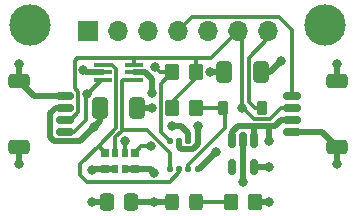
<source format=gbr>
%TF.GenerationSoftware,KiCad,Pcbnew,8.0.5*%
%TF.CreationDate,2024-10-27T10:59:05-07:00*%
%TF.ProjectId,bme688-ezzat-suhaime,626d6536-3838-42d6-957a-7a61742d7375,rev?*%
%TF.SameCoordinates,Original*%
%TF.FileFunction,Copper,L1,Top*%
%TF.FilePolarity,Positive*%
%FSLAX46Y46*%
G04 Gerber Fmt 4.6, Leading zero omitted, Abs format (unit mm)*
G04 Created by KiCad (PCBNEW 8.0.5) date 2024-10-27 10:59:05*
%MOMM*%
%LPD*%
G01*
G04 APERTURE LIST*
G04 Aperture macros list*
%AMRoundRect*
0 Rectangle with rounded corners*
0 $1 Rounding radius*
0 $2 $3 $4 $5 $6 $7 $8 $9 X,Y pos of 4 corners*
0 Add a 4 corners polygon primitive as box body*
4,1,4,$2,$3,$4,$5,$6,$7,$8,$9,$2,$3,0*
0 Add four circle primitives for the rounded corners*
1,1,$1+$1,$2,$3*
1,1,$1+$1,$4,$5*
1,1,$1+$1,$6,$7*
1,1,$1+$1,$8,$9*
0 Add four rect primitives between the rounded corners*
20,1,$1+$1,$2,$3,$4,$5,0*
20,1,$1+$1,$4,$5,$6,$7,0*
20,1,$1+$1,$6,$7,$8,$9,0*
20,1,$1+$1,$8,$9,$2,$3,0*%
G04 Aperture macros list end*
%TA.AperFunction,SMDPad,CuDef*%
%ADD10RoundRect,0.100000X0.650000X0.100000X-0.650000X0.100000X-0.650000X-0.100000X0.650000X-0.100000X0*%
%TD*%
%TA.AperFunction,SMDPad,CuDef*%
%ADD11RoundRect,0.250000X-0.350000X-0.450000X0.350000X-0.450000X0.350000X0.450000X-0.350000X0.450000X0*%
%TD*%
%TA.AperFunction,SMDPad,CuDef*%
%ADD12RoundRect,0.250000X-0.412500X-0.650000X0.412500X-0.650000X0.412500X0.650000X-0.412500X0.650000X0*%
%TD*%
%TA.AperFunction,SMDPad,CuDef*%
%ADD13RoundRect,0.150000X-0.150000X0.512500X-0.150000X-0.512500X0.150000X-0.512500X0.150000X0.512500X0*%
%TD*%
%TA.AperFunction,SMDPad,CuDef*%
%ADD14RoundRect,0.250000X0.350000X0.450000X-0.350000X0.450000X-0.350000X-0.450000X0.350000X-0.450000X0*%
%TD*%
%TA.AperFunction,SMDPad,CuDef*%
%ADD15RoundRect,0.150000X0.625000X-0.150000X0.625000X0.150000X-0.625000X0.150000X-0.625000X-0.150000X0*%
%TD*%
%TA.AperFunction,SMDPad,CuDef*%
%ADD16RoundRect,0.250000X0.650000X-0.350000X0.650000X0.350000X-0.650000X0.350000X-0.650000X-0.350000X0*%
%TD*%
%TA.AperFunction,SMDPad,CuDef*%
%ADD17RoundRect,0.125000X0.125000X0.137500X-0.125000X0.137500X-0.125000X-0.137500X0.125000X-0.137500X0*%
%TD*%
%TA.AperFunction,ComponentPad*%
%ADD18C,2.600000*%
%TD*%
%TA.AperFunction,ConnectorPad*%
%ADD19C,3.500000*%
%TD*%
%TA.AperFunction,ComponentPad*%
%ADD20R,1.700000X1.700000*%
%TD*%
%TA.AperFunction,ComponentPad*%
%ADD21O,1.700000X1.700000*%
%TD*%
%TA.AperFunction,SMDPad,CuDef*%
%ADD22RoundRect,0.250000X-0.325000X-0.450000X0.325000X-0.450000X0.325000X0.450000X-0.325000X0.450000X0*%
%TD*%
%TA.AperFunction,SMDPad,CuDef*%
%ADD23RoundRect,0.250000X-0.337500X-0.475000X0.337500X-0.475000X0.337500X0.475000X-0.337500X0.475000X0*%
%TD*%
%TA.AperFunction,SMDPad,CuDef*%
%ADD24R,0.640000X0.700000*%
%TD*%
%TA.AperFunction,SMDPad,CuDef*%
%ADD25R,0.500000X0.700000*%
%TD*%
%TA.AperFunction,SMDPad,CuDef*%
%ADD26RoundRect,0.225000X0.225000X0.375000X-0.225000X0.375000X-0.225000X-0.375000X0.225000X-0.375000X0*%
%TD*%
%TA.AperFunction,SMDPad,CuDef*%
%ADD27RoundRect,0.150000X-0.625000X0.150000X-0.625000X-0.150000X0.625000X-0.150000X0.625000X0.150000X0*%
%TD*%
%TA.AperFunction,SMDPad,CuDef*%
%ADD28RoundRect,0.250000X-0.650000X0.350000X-0.650000X-0.350000X0.650000X-0.350000X0.650000X0.350000X0*%
%TD*%
%TA.AperFunction,ViaPad*%
%ADD29C,0.800000*%
%TD*%
%TA.AperFunction,Conductor*%
%ADD30C,0.500000*%
%TD*%
%TA.AperFunction,Conductor*%
%ADD31C,0.304800*%
%TD*%
%TA.AperFunction,Conductor*%
%ADD32C,0.300000*%
%TD*%
G04 APERTURE END LIST*
D10*
%TO.P,Q1,1,S*%
%TO.N,/SCK_3V*%
X223330000Y-94125000D03*
%TO.P,Q1,2,G*%
%TO.N,+3.3V*%
X223330000Y-93475000D03*
%TO.P,Q1,3,D*%
%TO.N,/SDI{slash}SDA*%
X223330000Y-92825000D03*
%TO.P,Q1,4,S*%
%TO.N,/SDI_3V*%
X220670000Y-92825000D03*
%TO.P,Q1,5,G*%
%TO.N,+3.3V*%
X220670000Y-93475000D03*
%TO.P,Q1,6,D*%
%TO.N,/SCK{slash}SCL*%
X220670000Y-94125000D03*
%TD*%
D11*
%TO.P,R1,1*%
%TO.N,/SDI{slash}SDA*%
X226500000Y-96475000D03*
%TO.P,R1,2*%
%TO.N,/CS_3V*%
X228500000Y-96475000D03*
%TD*%
D12*
%TO.P,C1,1*%
%TO.N,VCC*%
X220437500Y-96475000D03*
%TO.P,C1,2*%
%TO.N,GND*%
X223562500Y-96475000D03*
%TD*%
D13*
%TO.P,U2,1,IN*%
%TO.N,VCC*%
X233450000Y-99200000D03*
%TO.P,U2,2,GND*%
%TO.N,GND*%
X232500000Y-99200000D03*
%TO.P,U2,3,EN*%
%TO.N,VCC*%
X231550000Y-99200000D03*
%TO.P,U2,4,BP*%
%TO.N,unconnected-(U2-BP-Pad4)*%
X231550000Y-101475000D03*
%TO.P,U2,5,OUT*%
%TO.N,+3.3V*%
X233450000Y-101475000D03*
%TD*%
D14*
%TO.P,R3,1*%
%TO.N,+3.3V*%
X233500000Y-104475000D03*
%TO.P,R3,2*%
%TO.N,Net-(D2-A)*%
X231500000Y-104475000D03*
%TD*%
D15*
%TO.P,J3,1,Pin_1*%
%TO.N,GND*%
X236625000Y-98500000D03*
%TO.P,J3,2,Pin_2*%
%TO.N,VCC*%
X236625000Y-97500000D03*
%TO.P,J3,3,Pin_3*%
%TO.N,/SDI{slash}SDA*%
X236625000Y-96500000D03*
%TO.P,J3,4,Pin_4*%
%TO.N,/SCK{slash}SCL*%
X236625000Y-95500000D03*
D16*
%TO.P,J3,MP,Mounting_Pad*%
%TO.N,GND*%
X240500000Y-99800000D03*
X240500000Y-94200000D03*
%TD*%
D12*
%TO.P,C2,1*%
%TO.N,+3.3V*%
X230937500Y-93475000D03*
%TO.P,C2,2*%
%TO.N,GND*%
X234062500Y-93475000D03*
%TD*%
D17*
%TO.P,U1,1,GND*%
%TO.N,GND*%
X228700000Y-101662500D03*
%TO.P,U1,2,CSB*%
%TO.N,/CS_3V*%
X227900000Y-101662500D03*
%TO.P,U1,3,SDI*%
%TO.N,/SDI_3V*%
X227100000Y-101662500D03*
%TO.P,U1,4,SCK*%
%TO.N,/SCK_3V*%
X226300000Y-101662500D03*
%TO.P,U1,5,SDO*%
%TO.N,/SDO{slash}ADR*%
X226300000Y-99287500D03*
%TO.P,U1,6,VDDIO*%
%TO.N,+3.3V*%
X227100000Y-99287500D03*
%TO.P,U1,7,GND*%
%TO.N,GND*%
X227900000Y-99287500D03*
%TO.P,U1,8,VDD*%
%TO.N,+3.3V*%
X228700000Y-99287500D03*
%TD*%
D18*
%TO.P,H1,1,1*%
%TO.N,unconnected-(H1-Pad1)_2*%
X214500000Y-89500000D03*
D19*
%TO.N,unconnected-(H1-Pad1)*%
X214500000Y-89500000D03*
%TD*%
D20*
%TO.P,J1,1,Pin_1*%
%TO.N,VCC*%
X219400000Y-89975000D03*
D21*
%TO.P,J1,2,Pin_2*%
%TO.N,+3.3V*%
X221940000Y-89975000D03*
%TO.P,J1,3,Pin_3*%
%TO.N,GND*%
X224480000Y-89975000D03*
%TO.P,J1,4,Pin_4*%
%TO.N,/SCK{slash}SCL*%
X227020000Y-89975000D03*
%TO.P,J1,5,Pin_5*%
%TO.N,/SDO{slash}ADR*%
X229560000Y-89975000D03*
%TO.P,J1,6,Pin_6*%
%TO.N,/SDI{slash}SDA*%
X232100000Y-89975000D03*
%TO.P,J1,7,Pin_7*%
%TO.N,/CS*%
X234640000Y-89975000D03*
%TD*%
D22*
%TO.P,D2,1,K*%
%TO.N,GND*%
X226475000Y-104475000D03*
%TO.P,D2,2,A*%
%TO.N,Net-(D2-A)*%
X228525000Y-104475000D03*
%TD*%
D23*
%TO.P,C3,1*%
%TO.N,+3.3V*%
X220962500Y-104475000D03*
%TO.P,C3,2*%
%TO.N,GND*%
X223037500Y-104475000D03*
%TD*%
D14*
%TO.P,R2,1*%
%TO.N,/SDI{slash}SDA*%
X228500000Y-93475000D03*
%TO.P,R2,2*%
%TO.N,/SDO{slash}ADR*%
X226500000Y-93475000D03*
%TD*%
D18*
%TO.P,H2,1,1*%
%TO.N,unconnected-(H2-Pad1)*%
X239500000Y-89500000D03*
D19*
%TO.N,unconnected-(H2-Pad1)_1*%
X239500000Y-89500000D03*
%TD*%
D24*
%TO.P,RN1,1,R1.1*%
%TO.N,/SCK{slash}SCL*%
X223370000Y-100275000D03*
D25*
%TO.P,RN1,2,R2.1*%
%TO.N,/SDI{slash}SDA*%
X222500000Y-100275000D03*
%TO.P,RN1,3,R3.1*%
%TO.N,/SCK_3V*%
X221700000Y-100275000D03*
D24*
%TO.P,RN1,4,R4.1*%
%TO.N,/SDI_3V*%
X220830000Y-100275000D03*
%TO.P,RN1,5,R4.2*%
%TO.N,+3.3V*%
X220830000Y-101675000D03*
D25*
%TO.P,RN1,6,R3.2*%
X221700000Y-101675000D03*
%TO.P,RN1,7,R2.2*%
%TO.N,VCC*%
X222500000Y-101675000D03*
D24*
%TO.P,RN1,8,R1.2*%
X223370000Y-101675000D03*
%TD*%
D26*
%TO.P,D1,1,K*%
%TO.N,/CS*%
X234150000Y-96475000D03*
%TO.P,D1,2,A*%
%TO.N,/CS_3V*%
X230850000Y-96475000D03*
%TD*%
D27*
%TO.P,J2,1,Pin_1*%
%TO.N,GND*%
X217437500Y-95500000D03*
%TO.P,J2,2,Pin_2*%
%TO.N,VCC*%
X217437500Y-96500000D03*
%TO.P,J2,3,Pin_3*%
%TO.N,/SDI{slash}SDA*%
X217437500Y-97500000D03*
%TO.P,J2,4,Pin_4*%
%TO.N,/SCK{slash}SCL*%
X217437500Y-98500000D03*
D28*
%TO.P,J2,MP,Mounting_Pad*%
%TO.N,GND*%
X213562500Y-94200000D03*
X213562500Y-99800000D03*
%TD*%
D29*
%TO.N,GND*%
X235750000Y-92500000D03*
X240500000Y-92750000D03*
X213562500Y-92750000D03*
X232500000Y-102725000D03*
X213562500Y-101250000D03*
X226500000Y-97975000D03*
X240500000Y-101250000D03*
X224795200Y-96500000D03*
X230260100Y-100214900D03*
X225000000Y-104475000D03*
%TO.N,VCC*%
X225000000Y-101975000D03*
X234750000Y-99250000D03*
X219875000Y-98125000D03*
%TO.N,+3.3V*%
X219750000Y-104475000D03*
X219004800Y-93250000D03*
X234750000Y-101475000D03*
X229700000Y-93475000D03*
X224795200Y-95250000D03*
X219750000Y-101725000D03*
X234750000Y-104475000D03*
X228700000Y-97975000D03*
%TO.N,/SDI{slash}SDA*%
X222500000Y-99250000D03*
X232469669Y-96505331D03*
%TO.N,/SCK{slash}SCL*%
X224714341Y-99750000D03*
X219317300Y-95347600D03*
%TO.N,/SDO{slash}ADR*%
X225061139Y-93025000D03*
%TD*%
D30*
%TO.N,GND*%
X224795200Y-96500000D02*
X223650000Y-96500000D01*
X236625000Y-98500000D02*
X239200000Y-98500000D01*
X239200000Y-98500000D02*
X240500000Y-99800000D01*
X234775000Y-93475000D02*
X234062500Y-93475000D01*
X217437500Y-95500000D02*
X214862500Y-95500000D01*
X240500000Y-99800000D02*
X240500000Y-101250000D01*
D31*
X227900000Y-99146390D02*
X227900000Y-99287500D01*
X228812500Y-101662500D02*
X228700000Y-101662500D01*
D30*
X240500000Y-92750000D02*
X240500000Y-94200000D01*
X227250000Y-97975000D02*
X226500000Y-97975000D01*
X225000000Y-104475000D02*
X223037500Y-104475000D01*
X227900000Y-98625000D02*
X227250000Y-97975000D01*
X213562500Y-92750000D02*
X213562500Y-94200000D01*
X213562500Y-100262500D02*
X213562500Y-101250000D01*
X230260100Y-100214900D02*
X228812500Y-101662500D01*
X235750000Y-92500000D02*
X234775000Y-93475000D01*
X214862500Y-95500000D02*
X213562500Y-94200000D01*
X232500000Y-99200000D02*
X232500000Y-102725000D01*
X225000000Y-104475000D02*
X226475000Y-104475000D01*
X227900000Y-99146390D02*
X227900000Y-98625000D01*
%TO.N,VCC*%
X235750000Y-97500000D02*
X236625000Y-97500000D01*
X217437500Y-96500000D02*
X216662501Y-96500000D01*
X225000000Y-101975000D02*
X224700000Y-101675000D01*
X233750000Y-98027400D02*
X233747600Y-98029800D01*
X220437500Y-96475000D02*
X220437500Y-97562500D01*
X216212500Y-98962500D02*
X216500000Y-99250000D01*
X234750000Y-98027400D02*
X233750000Y-98027400D01*
X232057701Y-98029800D02*
X231550000Y-98537501D01*
X216500000Y-99250000D02*
X218750000Y-99250000D01*
X220437500Y-97562500D02*
X219875000Y-98125000D01*
X224700000Y-101675000D02*
X223300000Y-101675000D01*
X235222600Y-98027400D02*
X235750000Y-97500000D01*
X234750000Y-98027400D02*
X235222600Y-98027400D01*
X223370000Y-101675000D02*
X222500000Y-101675000D01*
X231550000Y-98537501D02*
X231550000Y-99200000D01*
X216662501Y-96500000D02*
X216212500Y-96950001D01*
X216212500Y-96950001D02*
X216212500Y-98962500D01*
X233450000Y-99200000D02*
X233450000Y-98079800D01*
X233500000Y-98029800D02*
X232057701Y-98029800D01*
X233450000Y-98079800D02*
X233500000Y-98029800D01*
X234750000Y-99250000D02*
X234750000Y-98027400D01*
X218750000Y-99250000D02*
X219875000Y-98125000D01*
X233747600Y-98029800D02*
X233500000Y-98029800D01*
%TO.N,+3.3V*%
X228700000Y-97975000D02*
X228700000Y-99287500D01*
X234750000Y-101475000D02*
X233450000Y-101475000D01*
X219750000Y-101725000D02*
X219800000Y-101675000D01*
X227275000Y-100000000D02*
X227100000Y-99825000D01*
X219229800Y-93475000D02*
X220670000Y-93475000D01*
X224795200Y-94059612D02*
X224210588Y-93475000D01*
X224210588Y-93475000D02*
X223330000Y-93475000D01*
X219004800Y-93250000D02*
X219229800Y-93475000D01*
X221700000Y-101675000D02*
X220830000Y-101675000D01*
X228700000Y-99566638D02*
X228266638Y-100000000D01*
X229700000Y-93475000D02*
X230937500Y-93475000D01*
X228700000Y-99287500D02*
X228700000Y-99566638D01*
X220962500Y-104475000D02*
X219750000Y-104475000D01*
X233500000Y-104475000D02*
X234750000Y-104475000D01*
X219800000Y-101675000D02*
X220830000Y-101675000D01*
X228266638Y-100000000D02*
X227275000Y-100000000D01*
X227100000Y-99825000D02*
X227100000Y-99287500D01*
X224795200Y-95250000D02*
X224795200Y-94059612D01*
D31*
%TO.N,/CS_3V*%
X231000000Y-98225000D02*
X227900000Y-101325000D01*
X228500000Y-96475000D02*
X230850000Y-96475000D01*
X231000000Y-96625000D02*
X231000000Y-98225000D01*
X227900000Y-101325000D02*
X227900000Y-101662500D01*
D32*
%TO.N,/CS*%
X233000000Y-95975000D02*
X233000000Y-92225000D01*
X233000000Y-92225000D02*
X234640000Y-90585000D01*
X233500000Y-96475000D02*
X233000000Y-95975000D01*
X234150000Y-96475000D02*
X233500000Y-96475000D01*
D31*
%TO.N,Net-(D2-A)*%
X231500000Y-104475000D02*
X228525000Y-104475000D01*
%TO.N,/SDI{slash}SDA*%
X218452400Y-92272600D02*
X218252400Y-92472600D01*
X222777600Y-92272600D02*
X223330000Y-92272600D01*
X218564900Y-95137742D02*
X218564900Y-96862258D01*
X218252400Y-94825242D02*
X218564900Y-95137742D01*
X222777600Y-92272600D02*
X228500000Y-92272600D01*
X233452400Y-97427400D02*
X232469669Y-96444669D01*
D32*
X228500000Y-93475000D02*
X228500000Y-92272600D01*
D31*
X218252400Y-92472600D02*
X218252400Y-94825242D01*
D32*
X222500000Y-99250000D02*
X222500000Y-100275000D01*
D31*
X218564900Y-96862258D02*
X217927158Y-97500000D01*
X222777600Y-92272600D02*
X218452400Y-92272600D01*
D32*
X234822600Y-97427400D02*
X235750000Y-96500000D01*
D31*
X232469669Y-96444669D02*
X232469669Y-90400531D01*
X229802400Y-92272600D02*
X232100000Y-89975000D01*
X228500000Y-92272600D02*
X229802400Y-92272600D01*
X223330000Y-92272600D02*
X223330000Y-92825000D01*
D32*
X228500000Y-93975000D02*
X226500000Y-95975000D01*
X233452400Y-97427400D02*
X234822600Y-97427400D01*
X235750000Y-96500000D02*
X236625000Y-96500000D01*
%TO.N,/SCK{slash}SCL*%
X223895000Y-99750000D02*
X223370000Y-100275000D01*
D31*
X228222400Y-88772600D02*
X227020000Y-89975000D01*
X219317300Y-95347600D02*
X220539900Y-94125000D01*
X219219700Y-97530300D02*
X218250000Y-98500000D01*
X219219700Y-95445200D02*
X219219700Y-97530300D01*
X236625000Y-95500000D02*
X236625000Y-89850000D01*
X218250000Y-98500000D02*
X217437500Y-98500000D01*
X235547600Y-88772600D02*
X228222400Y-88772600D01*
D32*
X224714341Y-99750000D02*
X223895000Y-99750000D01*
D31*
X219317300Y-95347600D02*
X219219700Y-95445200D01*
X236625000Y-89850000D02*
X235547600Y-88772600D01*
%TO.N,/SDO{slash}ADR*%
X225061139Y-93025000D02*
X225511139Y-93475000D01*
X225547600Y-98535100D02*
X226300000Y-99287500D01*
X225511139Y-93475000D02*
X226500000Y-93475000D01*
X226500000Y-93475000D02*
X225547600Y-94427400D01*
X225547600Y-94427400D02*
X225547600Y-98535100D01*
D32*
%TO.N,/SDI_3V*%
X221770000Y-98205000D02*
X221770000Y-93175001D01*
X227100000Y-101662500D02*
X227100000Y-101924999D01*
X220830000Y-100275000D02*
X220375000Y-99820000D01*
X220375000Y-99600000D02*
X221770000Y-98205000D01*
X221770000Y-93175001D02*
X221419999Y-92825000D01*
X218750000Y-101225000D02*
X220375000Y-99600000D01*
X218750000Y-102190165D02*
X218750000Y-101225000D01*
X220375000Y-99820000D02*
X220375000Y-99600000D01*
X219284835Y-102725000D02*
X218750000Y-102190165D01*
X221419999Y-92825000D02*
X220670000Y-92825000D01*
X226299999Y-102725000D02*
X219284835Y-102725000D01*
X227100000Y-101924999D02*
X226299999Y-102725000D01*
D31*
%TO.N,/SCK_3V*%
X223330000Y-94125000D02*
X222350000Y-94125000D01*
D32*
X226300000Y-100275000D02*
X224358158Y-98333158D01*
D31*
X222350000Y-94125000D02*
X222277200Y-94197800D01*
X222277200Y-94197800D02*
X222277200Y-98250000D01*
X222277200Y-98250000D02*
X222277200Y-98408300D01*
D32*
X222360358Y-98333158D02*
X222277200Y-98250000D01*
X226300000Y-101662500D02*
X226300000Y-100275000D01*
X224358158Y-98333158D02*
X222360358Y-98333158D01*
D31*
X222277200Y-98408300D02*
X221700000Y-98985500D01*
X221700000Y-98985500D02*
X221700000Y-100275000D01*
%TD*%
M02*

</source>
